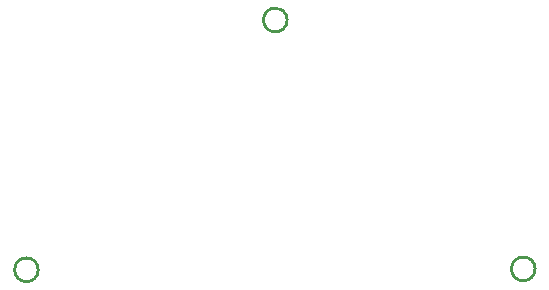
<source format=gko>
G04*
G04 #@! TF.GenerationSoftware,Altium Limited,Altium Designer,22.7.1 (60)*
G04*
G04 Layer_Color=16711935*
%FSLAX44Y44*%
%MOMM*%
G71*
G04*
G04 #@! TF.SameCoordinates,34583956-BA44-4E5B-BA21-D6171543F883*
G04*
G04*
G04 #@! TF.FilePolarity,Positive*
G04*
G01*
G75*
%ADD12C,0.2540*%
D12*
X455168Y235966D02*
G03*
X455168Y235966I-10000J0D01*
G01*
X245204Y446692D02*
G03*
X245204Y446692I-10000J0D01*
G01*
X34478Y235204D02*
G03*
X34478Y235204I-10000J0D01*
G01*
M02*

</source>
